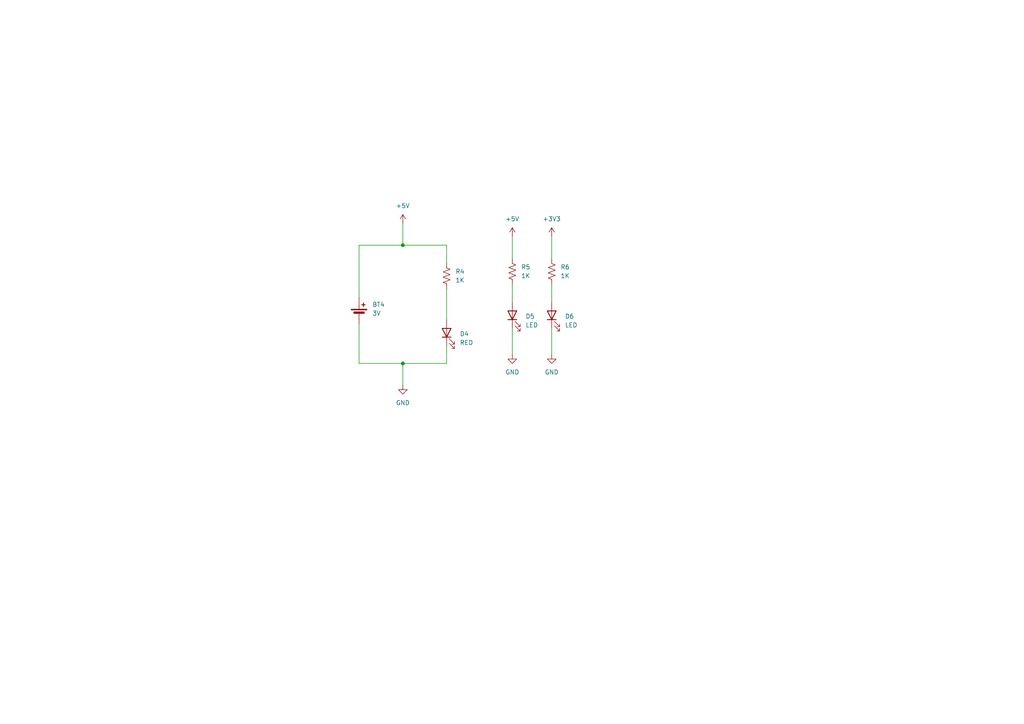
<source format=kicad_sch>
(kicad_sch (version 20230121) (generator eeschema)
  (paper "A4")
  (lib_symbols
    (symbol "Device:Battery_Cell" (pin_numbers hide) (pin_names (offset 0) hide)
      (property "Reference" "BT" (at 2.54 2.54 0))
      (property "Value" "Battery_Cell" (at 2.54 0 0))
      (symbol "Battery_Cell_0_1"
        (rectangle (start -2.286 1.778) (end 2.286 1.524) (fill (type outline)))
        (rectangle (start -1.524 1.016) (end 1.524 0.508) (fill (type outline)))
        (polyline (pts (xy 0 0.762) (xy 0 0)))
        (polyline (pts (xy 0 1.778) (xy 0 2.54)))
        (polyline (pts (xy 0.762 3.048) (xy 1.778 3.048)) (stroke (width 0.254)))
        (polyline (pts (xy 1.27 3.556) (xy 1.27 2.54)) (stroke (width 0.254)))
      )
      (symbol "Battery_Cell_1_1"
        (pin passive line (at 0 5.08 270) (length 2.54) (name "+") (number "1"))
        (pin passive line (at 0 -2.54 90) (length 2.54) (name "-") (number "2"))
      )
    )
    (symbol "Device:LED" (pin_numbers hide) (pin_names (offset 1.016) hide)
      (property "Reference" "D" (at 0 2.54 0))
      (property "Value" "LED" (at 0 -2.54 0))
      (symbol "LED_0_1"
        (polyline (pts (xy -1.27 -1.27) (xy -1.27 1.27)) (stroke (width 0.254)))
        (polyline (pts (xy -1.27 0) (xy 1.27 0)))
        (polyline (pts (xy 1.27 -1.27) (xy 1.27 1.27) (xy -1.27 0) (xy 1.27 -1.27)) (stroke (width 0.254)))
        (polyline (pts (xy -3.048 -0.762) (xy -4.572 -2.286) (xy -3.81 -2.286) (xy -4.572 -2.286) (xy -4.572 -1.524)))
        (polyline (pts (xy -1.778 -0.762) (xy -3.302 -2.286) (xy -2.54 -2.286) (xy -3.302 -2.286) (xy -3.302 -1.524)))
      )
      (symbol "LED_1_1"
        (pin passive line (at -3.81 0 0) (length 2.54) (name "K") (number "1"))
        (pin passive line (at 3.81 0 180) (length 2.54) (name "A") (number "2"))
      )
    )
    (symbol "Device:R_US" (pin_numbers hide) (pin_names (offset 0))
      (property "Reference" "R" (at 2.54 0 90))
      (property "Value" "R_US" (at -2.54 0 90))
      (symbol "R_US_0_1"
        (polyline (pts (xy 0 -2.286) (xy 0 -2.54)))
        (polyline (pts (xy 0 2.286) (xy 0 2.54)))
        (polyline (pts (xy 0 -0.762) (xy 1.016 -1.143) (xy 0 -1.524) (xy -1.016 -1.905) (xy 0 -2.286)))
        (polyline (pts (xy 0 0.762) (xy 1.016 0.381) (xy 0 0) (xy -1.016 -0.381) (xy 0 -0.762)))
        (polyline (pts (xy 0 2.286) (xy 1.016 1.905) (xy 0 1.524) (xy -1.016 1.143) (xy 0 0.762)))
      )
      (symbol "R_US_1_1"
        (pin passive line (at 0 3.81 270) (length 1.27) (name "~") (number "1"))
        (pin passive line (at 0 -3.81 90) (length 1.27) (name "~") (number "2"))
      )
    )
    (symbol "power:+3V3" (power) (pin_names (offset 0))
      (property "Value" "+3V3" (at 0 3.556 0))
      (symbol "+3V3_0_1"
        (polyline (pts (xy -0.762 1.27) (xy 0 2.54)))
        (polyline (pts (xy 0 0) (xy 0 2.54)))
        (polyline (pts (xy 0 2.54) (xy 0.762 1.27)))
      )
      (symbol "+3V3_1_1"
        (pin power_in line (at 0 0 90) (length 0) hide (name "+3V3") (number "1"))
      )
    )
    (symbol "power:+5V" (power) (pin_names (offset 0))
      (property "Value" "+5V" (at 0 3.556 0))
      (symbol "+5V_0_1"
        (polyline (pts (xy -0.762 1.27) (xy 0 2.54)))
        (polyline (pts (xy 0 0) (xy 0 2.54)))
        (polyline (pts (xy 0 2.54) (xy 0.762 1.27)))
      )
      (symbol "+5V_1_1"
        (pin power_in line (at 0 0 90) (length 0) hide (name "+5V") (number "1"))
      )
    )
    (symbol "power:GND" (power) (pin_names (offset 0))
      (property "Value" "GND" (at 0 -3.81 0))
      (symbol "GND_0_1"
        (polyline (pts (xy 0 0) (xy 0 -1.27) (xy 1.27 -1.27) (xy 0 -2.54) (xy -1.27 -1.27) (xy 0 -1.27)))
      )
      (symbol "GND_1_1"
        (pin power_in line (at 0 0 270) (length 0) hide (name "GND") (number "1"))
      )
    )
  )
  (junction (at 116.84 71.12))
  (junction (at 116.84 105.41))
  (wire (pts (xy 116.84 64.77) (xy 116.84 71.12)))
  (wire (pts (xy 160.02 82.55) (xy 160.02 87.63)))
  (wire (pts (xy 148.59 82.55) (xy 148.59 87.63)))
  (wire (pts (xy 160.02 68.58) (xy 160.02 74.93)))
  (wire (pts (xy 148.59 95.25) (xy 148.59 102.87)))
  (wire (pts (xy 104.14 93.98) (xy 104.14 105.41)))
  (wire (pts (xy 104.14 105.41) (xy 116.84 105.41)))
  (wire (pts (xy 116.84 105.41) (xy 116.84 111.76)))
  (wire (pts (xy 116.84 105.41) (xy 129.54 105.41)))
  (wire (pts (xy 148.59 68.58) (xy 148.59 74.93)))
  (wire (pts (xy 116.84 71.12) (xy 104.14 71.12)))
  (wire (pts (xy 104.14 71.12) (xy 104.14 86.36)))
  (wire (pts (xy 129.54 71.12) (xy 129.54 76.2)))
  (wire (pts (xy 129.54 83.82) (xy 129.54 92.71)))
  (wire (pts (xy 129.54 100.33) (xy 129.54 105.41)))
  (wire (pts (xy 129.54 71.12) (xy 116.84 71.12)))
  (wire (pts (xy 160.02 95.25) (xy 160.02 102.87)))
  (symbol (lib_id "power:GND") (at 148.59 102.87 0) (unit 1)
    (property "Reference" "#PWR06" (effects hide))
    (property "Value" "GND" (at 148.59 107.95 0))
  )
  (symbol (lib_id "power:GND") (at 160.02 102.87 0) (unit 1)
    (property "Reference" "#PWR07" (effects hide))
    (property "Value" "GND" (at 160.02 107.95 0))
  )
  (symbol (lib_id "power:+5V") (at 116.84 64.77 0) (unit 1)
    (property "Reference" "#PWR04" (effects hide))
    (property "Value" "+5V" (at 116.84 59.69 0))
  )
  (symbol (lib_id "power:+5V") (at 148.59 68.58 0) (unit 1)
    (property "Reference" "#PWR08" (effects hide))
    (property "Value" "+5V" (at 148.59 63.5 0))
  )
  (symbol (lib_id "power:+3V3") (at 160.02 68.58 0) (unit 1)
    (property "Reference" "#PWR09" (effects hide))
    (property "Value" "+3V3" (at 160.02 63.5 0))
  )
  (symbol (lib_id "Device:R_US") (at 160.02 78.74 0) (unit 1)
    (property "Reference" "R6" (at 162.56 77.47 0) (effects (justify left)))
    (property "Value" "1K" (at 162.56 80.01 0) (effects (justify left)))
    (property "Footprint" "Resistor_SMD:R_0603_1608Metric" (effects hide))
  )
  (symbol (lib_id "Device:R_US") (at 129.54 80.01 0) (unit 1)
    (property "Reference" "R4" (at 132.08 78.74 0) (effects (justify left)))
    (property "Value" "1K" (at 132.08 81.28 0) (effects (justify left)))
    (property "Footprint" "Resistor_SMD:R_0603_1608Metric" (effects hide))
  )
  (symbol (lib_id "power:GND") (at 116.84 111.76 0) (unit 1)
    (property "Reference" "#PWR05" (effects hide))
    (property "Value" "GND" (at 116.84 116.84 0))
  )
  (symbol (lib_id "Device:Battery_Cell") (at 104.14 91.44 0) (unit 1)
    (property "Reference" "BT4" (at 107.95 88.3285 0) (effects (justify left)))
    (property "Value" "3V" (at 107.95 90.8685 0) (effects (justify left)))
    (property "Footprint" "Battery:BatteryHolder_Keystone_1057_1x2032" (effects hide))
  )
  (symbol (lib_id "Device:LED") (at 148.59 91.44 90) (unit 1)
    (property "Reference" "D5" (at 152.4 91.7575 90) (effects (justify right)))
    (property "Value" "LED" (at 152.4 94.2975 90) (effects (justify right)))
  )
  (symbol (lib_id "Device:R_US") (at 148.59 78.74 0) (unit 1)
    (property "Reference" "R5" (at 151.13 77.47 0) (effects (justify left)))
    (property "Value" "1K" (at 151.13 80.01 0) (effects (justify left)))
    (property "Footprint" "Resistor_SMD:R_0603_1608Metric" (effects hide))
  )
  (symbol (lib_id "Device:LED") (at 129.54 96.52 90) (unit 1)
    (property "Reference" "D4" (at 133.35 96.8375 90) (effects (justify right)))
    (property "Value" "RED" (at 133.35 99.3775 90) (effects (justify right)))
    (property "Footprint" "Diode_SMD:D_0603_1608Metric" (effects hide))
  )
  (symbol (lib_id "Device:LED") (at 160.02 91.44 90) (unit 1)
    (property "Reference" "D6" (at 163.83 91.7575 90) (effects (justify right)))
    (property "Value" "LED" (at 163.83 94.2975 90) (effects (justify right)))
  )
)
</source>
